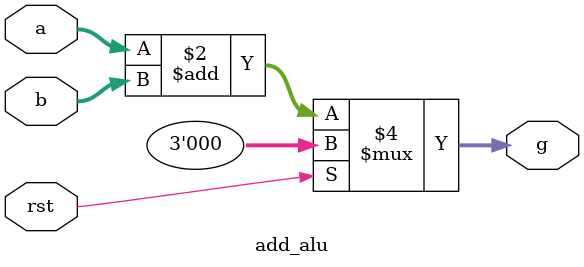
<source format=v>
module add_alu (a, b, g, rst);

	input [2:0] a, b;
	output reg [2:0] g;
	
	input rst;
	
	
	always @(*) begin
		if (rst) begin
			g = 0;
		end else begin
			g = a + b;
		end
	end
	

endmodule
</source>
